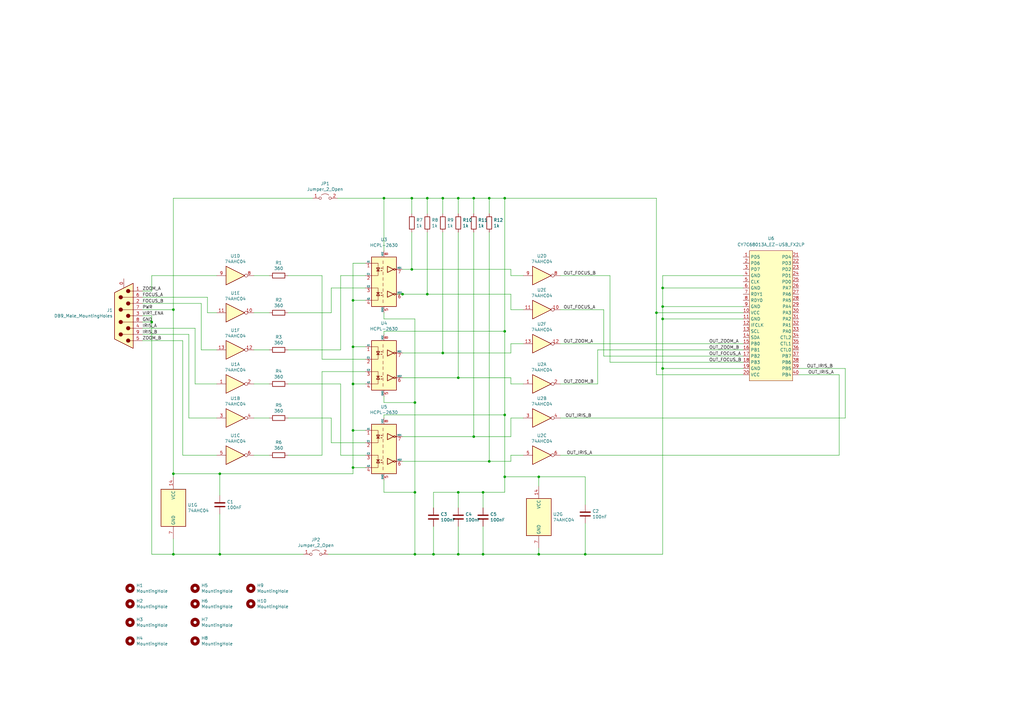
<source format=kicad_sch>
(kicad_sch (version 20211123) (generator eeschema)
  (paper "A3")
  (title_block (title "EZ-USB development board opto isolated motherboard"))
  (lib_symbols
    (symbol "74xx:74AHC04"
      (property "Reference" "U" (at 0 1.27 0))
      (property "Value" "74AHC04" (at 0 -1.27 0))
      (symbol "74AHC04_1_0"
        (polyline (pts (xy -3.81 3.81) (xy -3.81 -3.81) (xy 3.81 0) (xy -3.81 3.81)) (stroke (width 0.254)) (fill (type background)))
        (pin input line (at -7.62 0 0) (length 3.81) (name "~") (number "1"))
        (pin output inverted (at 7.62 0 180) (length 3.81) (name "~") (number "2"))
      )
      (symbol "74AHC04_2_0"
        (polyline (pts (xy -3.81 3.81) (xy -3.81 -3.81) (xy 3.81 0) (xy -3.81 3.81)) (stroke (width 0.254)) (fill (type background)))
        (pin input line (at -7.62 0 0) (length 3.81) (name "~") (number "3"))
        (pin output inverted (at 7.62 0 180) (length 3.81) (name "~") (number "4"))
      )
      (symbol "74AHC04_3_0"
        (polyline (pts (xy -3.81 3.81) (xy -3.81 -3.81) (xy 3.81 0) (xy -3.81 3.81)) (stroke (width 0.254)) (fill (type background)))
        (pin input line (at -7.62 0 0) (length 3.81) (name "~") (number "5"))
        (pin output inverted (at 7.62 0 180) (length 3.81) (name "~") (number "6"))
      )
      (symbol "74AHC04_4_0"
        (polyline (pts (xy -3.81 3.81) (xy -3.81 -3.81) (xy 3.81 0) (xy -3.81 3.81)) (stroke (width 0.254)) (fill (type background)))
        (pin output inverted (at 7.62 0 180) (length 3.81) (name "~") (number "8"))
        (pin input line (at -7.62 0 0) (length 3.81) (name "~") (number "9"))
      )
      (symbol "74AHC04_5_0"
        (polyline (pts (xy -3.81 3.81) (xy -3.81 -3.81) (xy 3.81 0) (xy -3.81 3.81)) (stroke (width 0.254)) (fill (type background)))
        (pin output inverted (at 7.62 0 180) (length 3.81) (name "~") (number "10"))
        (pin input line (at -7.62 0 0) (length 3.81) (name "~") (number "11"))
      )
      (symbol "74AHC04_6_0"
        (polyline (pts (xy -3.81 3.81) (xy -3.81 -3.81) (xy 3.81 0) (xy -3.81 3.81)) (stroke (width 0.254)) (fill (type background)))
        (pin output inverted (at 7.62 0 180) (length 3.81) (name "~") (number "12"))
        (pin input line (at -7.62 0 0) (length 3.81) (name "~") (number "13"))
      )
      (symbol "74AHC04_7_0"
        (pin power_in line (at 0 12.7 270) (length 5.08) (name "VCC") (number "14"))
        (pin power_in line (at 0 -12.7 90) (length 5.08) (name "GND") (number "7"))
      )
      (symbol "74AHC04_7_1"
        (rectangle (start -5.08 7.62) (end 5.08 -7.62) (stroke (width 0.254)) (fill (type background)))
      )
    )
    (symbol "Connector:DB9_Male_MountingHoles" (pin_names (offset 1.016) hide)
      (property "Reference" "J" (at 0 16.51 0))
      (property "Value" "DB9_Male_MountingHoles" (at 0 14.605 0))
      (symbol "DB9_Male_MountingHoles_0_1"
        (circle (center -1.778 -10.16) (radius 0.762) (fill (type outline)))
        (circle (center -1.778 -5.08) (radius 0.762) (fill (type outline)))
        (circle (center -1.778 0) (radius 0.762) (fill (type outline)))
        (circle (center -1.778 5.08) (radius 0.762) (fill (type outline)))
        (circle (center -1.778 10.16) (radius 0.762) (fill (type outline)))
        (polyline (pts (xy -3.81 -10.16) (xy -2.54 -10.16)))
        (polyline (pts (xy -3.81 -7.62) (xy 0.508 -7.62)))
        (polyline (pts (xy -3.81 -5.08) (xy -2.54 -5.08)))
        (polyline (pts (xy -3.81 -2.54) (xy 0.508 -2.54)))
        (polyline (pts (xy -3.81 0) (xy -2.54 0)))
        (polyline (pts (xy -3.81 2.54) (xy 0.508 2.54)))
        (polyline (pts (xy -3.81 5.08) (xy -2.54 5.08)))
        (polyline (pts (xy -3.81 7.62) (xy 0.508 7.62)))
        (polyline (pts (xy -3.81 10.16) (xy -2.54 10.16)))
        (polyline (pts (xy -3.81 -13.335) (xy -3.81 13.335) (xy 3.81 9.525) (xy 3.81 -9.525) (xy -3.81 -13.335)) (stroke (width 0.254)) (fill (type background)))
        (circle (center 1.27 -7.62) (radius 0.762) (fill (type outline)))
        (circle (center 1.27 -2.54) (radius 0.762) (fill (type outline)))
        (circle (center 1.27 2.54) (radius 0.762) (fill (type outline)))
        (circle (center 1.27 7.62) (radius 0.762) (fill (type outline)))
      )
      (symbol "DB9_Male_MountingHoles_1_1"
        (pin passive line (at 0 -15.24 90) (length 3.81) (name "PAD") (number "0"))
        (pin passive line (at -7.62 -10.16 0) (length 3.81) (name "1") (number "1"))
        (pin passive line (at -7.62 -5.08 0) (length 3.81) (name "2") (number "2"))
        (pin passive line (at -7.62 0 0) (length 3.81) (name "3") (number "3"))
        (pin passive line (at -7.62 5.08 0) (length 3.81) (name "4") (number "4"))
        (pin passive line (at -7.62 10.16 0) (length 3.81) (name "5") (number "5"))
        (pin passive line (at -7.62 -7.62 0) (length 3.81) (name "6") (number "6"))
        (pin passive line (at -7.62 -2.54 0) (length 3.81) (name "7") (number "7"))
        (pin passive line (at -7.62 2.54 0) (length 3.81) (name "8") (number "8"))
        (pin passive line (at -7.62 7.62 0) (length 3.81) (name "9") (number "9"))
      )
    )
    (symbol "Device:C" (pin_numbers hide) (pin_names (offset 0.254))
      (property "Reference" "C" (at 0.635 2.54 0))
      (property "Value" "C" (at 0.635 -2.54 0))
      (symbol "C_0_1"
        (polyline (pts (xy -2.032 -0.762) (xy 2.032 -0.762)) (stroke (width 0.508)))
        (polyline (pts (xy -2.032 0.762) (xy 2.032 0.762)) (stroke (width 0.508)))
      )
      (symbol "C_1_1"
        (pin passive line (at 0 3.81 270) (length 2.794) (name "~") (number "1"))
        (pin passive line (at 0 -3.81 90) (length 2.794) (name "~") (number "2"))
      )
    )
    (symbol "Device:R" (pin_numbers hide) (pin_names (offset 0))
      (property "Reference" "R" (at 2.032 0 90))
      (property "Value" "R" (at 0 0 90))
      (symbol "R_0_1"
        (rectangle (start -1.016 -2.54) (end 1.016 2.54) (stroke (width 0.254)))
      )
      (symbol "R_1_1"
        (pin passive line (at 0 3.81 270) (length 1.27) (name "~") (number "1"))
        (pin passive line (at 0 -3.81 90) (length 1.27) (name "~") (number "2"))
      )
    )
    (symbol "Isolator:HCPL-2630" (pin_names (offset 0))
      (property "Reference" "U" (at -4.064 11.43 0))
      (property "Value" "HCPL-2630" (at 7.62 11.43 0))
      (symbol "HCPL-2630_1_1"
        (rectangle (start -5.08 10.16) (end 5.08 -10.16) (stroke (width 0.254)) (fill (type background)))
        (polyline (pts (xy -3.048 -4.445) (xy -1.778 -4.445)) (stroke (width 0.254)))
        (polyline (pts (xy -3.048 4.445) (xy -1.778 4.445)) (stroke (width 0.254)))
        (polyline (pts (xy -0.381 -7.366) (xy -0.381 -8.636)))
        (polyline (pts (xy -0.381 -5.08) (xy -0.381 -6.35)))
        (polyline (pts (xy -0.381 -2.794) (xy -0.381 -4.064)))
        (polyline (pts (xy -0.381 -0.508) (xy -0.381 -1.778)))
        (polyline (pts (xy -0.381 1.778) (xy -0.381 0.508)))
        (polyline (pts (xy -0.381 4.064) (xy -0.381 2.794)))
        (polyline (pts (xy -0.381 6.35) (xy -0.381 5.08)))
        (polyline (pts (xy -0.381 8.636) (xy -0.381 7.366)))
        (polyline (pts (xy 4.699 -5.08) (xy 5.207 -5.08)) (stroke (width 0.254)))
        (polyline (pts (xy 4.699 5.08) (xy 5.334 5.08)) (stroke (width 0.254)))
        (polyline (pts (xy -4.953 -7.62) (xy -2.413 -7.62) (xy -2.413 -5.715)))
        (polyline (pts (xy -4.953 7.62) (xy -2.413 7.62) (xy -2.413 4.318)))
        (polyline (pts (xy -2.413 -5.842) (xy -2.413 -2.54) (xy -4.953 -2.54)))
        (polyline (pts (xy -2.413 4.445) (xy -2.413 2.54) (xy -4.953 2.54)))
        (polyline (pts (xy -2.413 -4.445) (xy -3.048 -5.715) (xy -1.778 -5.715) (xy -2.413 -4.445)) (stroke (width 0.254)))
        (polyline (pts (xy -2.413 4.445) (xy -3.048 5.715) (xy -1.778 5.715) (xy -2.413 4.445)) (stroke (width 0.254)))
        (polyline (pts (xy 3.937 -5.08) (xy 1.397 -3.81) (xy 1.397 -6.35) (xy 3.937 -5.08)) (stroke (width 0.254)))
        (polyline (pts (xy 3.937 5.08) (xy 1.397 6.35) (xy 1.397 3.81) (xy 3.937 5.08)) (stroke (width 0.254)))
        (polyline (pts (xy -1.397 -5.588) (xy -0.635 -5.588) (xy -1.016 -5.715) (xy -1.016 -5.461) (xy -0.635 -5.588)) (stroke (width 0.127)))
        (polyline (pts (xy -1.397 -4.572) (xy -0.635 -4.572) (xy -1.016 -4.699) (xy -1.016 -4.445) (xy -0.635 -4.572)) (stroke (width 0.127)))
        (polyline (pts (xy -1.397 4.572) (xy -0.635 4.572) (xy -1.016 4.445) (xy -1.016 4.699) (xy -0.635 4.572)) (stroke (width 0.127)))
        (polyline (pts (xy -1.397 5.588) (xy -0.635 5.588) (xy -1.016 5.461) (xy -1.016 5.715) (xy -0.635 5.588)) (stroke (width 0.127)))
        (circle (center 4.318 -5.08) (radius 0.3556) (stroke (width 0.254)))
        (circle (center 4.318 5.08) (radius 0.3556) (stroke (width 0.254)))
        (pin passive line (at -7.62 7.62 0) (length 2.54) (name "A1") (number "1"))
        (pin passive line (at -7.62 2.54 0) (length 2.54) (name "C1") (number "2"))
        (pin passive line (at -7.62 -2.54 0) (length 2.54) (name "C2") (number "3"))
        (pin passive line (at -7.62 -7.62 0) (length 2.54) (name "A2") (number "4"))
        (pin power_in line (at 0 -12.7 90) (length 2.54) (name "GND") (number "5"))
        (pin open_collector line (at 7.62 -5.08 180) (length 2.54) (name "VO2") (number "6"))
        (pin open_collector line (at 7.62 5.08 180) (length 2.54) (name "VO1") (number "7"))
        (pin power_in line (at 0 12.7 270) (length 2.54) (name "VCC") (number "8"))
      )
    )
    (symbol "Jumper:Jumper_2_Open" (pin_names (offset 0) hide)
      (property "Reference" "JP" (at 0 2.794 0))
      (property "Value" "Jumper_2_Open" (at 0 -2.286 0))
      (symbol "Jumper_2_Open_0_0"
        (circle (center -2.032 0) (radius 0.508))
        (circle (center 2.032 0) (radius 0.508))
      )
      (symbol "Jumper_2_Open_0_1"
        (arc (start 1.524 1.27) (mid 0 1.778) (end -1.524 1.27))
      )
      (symbol "Jumper_2_Open_1_1"
        (pin passive line (at -5.08 0 0) (length 2.54) (name "A") (number "1"))
        (pin passive line (at 5.08 0 180) (length 2.54) (name "B") (number "2"))
      )
    )
    (symbol "LensRotaryDecoder:CY7C68013A_EZ-USB_FX2LP"
      (property "Reference" "U" (at 0 2.54 0))
      (property "Value" "CY7C68013A_EZ-USB_FX2LP" (at 0 0 0))
      (symbol "CY7C68013A_EZ-USB_FX2LP_0_1"
        (rectangle (start -10.16 -1.27) (end 7.62 -54.61) (fill (type background)))
      )
      (symbol "CY7C68013A_EZ-USB_FX2LP_1_1"
        (pin bidirectional line (at -12.7 -3.81 0) (length 2.54) (name "PD5") (number "1"))
        (pin bidirectional line (at -12.7 -26.67 0) (length 2.54) (name "VCC") (number "10"))
        (pin bidirectional line (at -12.7 -29.21 0) (length 2.54) (name "GND") (number "11"))
        (pin bidirectional line (at -12.7 -31.75 0) (length 2.54) (name "IFCLK") (number "12"))
        (pin bidirectional line (at -12.7 -34.29 0) (length 2.54) (name "SCL") (number "13"))
        (pin bidirectional line (at -12.7 -36.83 0) (length 2.54) (name "SDA") (number "14"))
        (pin bidirectional line (at -12.7 -39.37 0) (length 2.54) (name "PB0") (number "15"))
        (pin bidirectional line (at -12.7 -41.91 0) (length 2.54) (name "PB1") (number "16"))
        (pin bidirectional line (at -12.7 -44.45 0) (length 2.54) (name "PB2") (number "17"))
        (pin bidirectional line (at -12.7 -46.99 0) (length 2.54) (name "PB3") (number "18"))
        (pin bidirectional line (at -12.7 -49.53 0) (length 2.54) (name "GND") (number "19"))
        (pin bidirectional line (at -12.7 -6.35 0) (length 2.54) (name "PD6") (number "2"))
        (pin bidirectional line (at -12.7 -52.07 0) (length 2.54) (name "VCC") (number "20"))
        (pin bidirectional line (at 10.16 -3.81 180) (length 2.54) (name "PD4") (number "21"))
        (pin bidirectional line (at 10.16 -6.35 180) (length 2.54) (name "PD3") (number "22"))
        (pin bidirectional line (at 10.16 -8.89 180) (length 2.54) (name "PD2") (number "23"))
        (pin bidirectional line (at 10.16 -11.43 180) (length 2.54) (name "PD1") (number "24"))
        (pin bidirectional line (at 10.16 -13.97 180) (length 2.54) (name "PD0") (number "25"))
        (pin bidirectional line (at 10.16 -16.51 180) (length 2.54) (name "PA7") (number "26"))
        (pin bidirectional line (at 10.16 -19.05 180) (length 2.54) (name "PA6") (number "27"))
        (pin bidirectional line (at 10.16 -21.59 180) (length 2.54) (name "PA5") (number "28"))
        (pin bidirectional line (at 10.16 -24.13 180) (length 2.54) (name "PA4") (number "29"))
        (pin bidirectional line (at -12.7 -8.89 0) (length 2.54) (name "PD7") (number "3"))
        (pin bidirectional line (at 10.16 -26.67 180) (length 2.54) (name "PA3") (number "30"))
        (pin bidirectional line (at 10.16 -29.21 180) (length 2.54) (name "PA2") (number "31"))
        (pin bidirectional line (at 10.16 -31.75 180) (length 2.54) (name "PA1") (number "32"))
        (pin bidirectional line (at 10.16 -34.29 180) (length 2.54) (name "PA0") (number "33"))
        (pin bidirectional line (at 10.16 -36.83 180) (length 2.54) (name "CTL2") (number "34"))
        (pin bidirectional line (at 10.16 -39.37 180) (length 2.54) (name "CTL1") (number "35"))
        (pin bidirectional line (at 10.16 -41.91 180) (length 2.54) (name "CTL0") (number "36"))
        (pin bidirectional line (at 10.16 -44.45 180) (length 2.54) (name "PB7") (number "37"))
        (pin bidirectional line (at 10.16 -46.99 180) (length 2.54) (name "PB6") (number "38"))
        (pin bidirectional line (at 10.16 -49.53 180) (length 2.54) (name "PB5") (number "39"))
        (pin bidirectional line (at -12.7 -11.43 0) (length 2.54) (name "GND") (number "4"))
        (pin bidirectional line (at 10.16 -52.07 180) (length 2.54) (name "PB4") (number "40"))
        (pin bidirectional line (at -12.7 -13.97 0) (length 2.54) (name "CLK") (number "5"))
        (pin bidirectional line (at -12.7 -16.51 0) (length 2.54) (name "GND") (number "6"))
        (pin bidirectional line (at -12.7 -19.05 0) (length 2.54) (name "RDY1") (number "7"))
        (pin bidirectional line (at -12.7 -21.59 0) (length 2.54) (name "RDY0") (number "8"))
        (pin bidirectional line (at -12.7 -24.13 0) (length 2.54) (name "GND") (number "9"))
      )
    )
    (symbol "Mechanical:MountingHole" (pin_names (offset 1.016))
      (property "Reference" "H" (at 0 5.08 0))
      (property "Value" "MountingHole" (at 0 3.175 0))
      (symbol "MountingHole_0_1"
        (circle (center 0 0) (radius 1.27) (stroke (width 1.27)))
      )
    )
  )
  (junction (at 170.18 201.93))
  (junction (at 175.26 81.28))
  (junction (at 194.31 179.07))
  (junction (at 200.66 81.28))
  (junction (at 187.96 201.93))
  (junction (at 271.78 125.73))
  (junction (at 71.12 127))
  (junction (at 207.01 195.58))
  (junction (at 170.18 227.33))
  (junction (at 271.78 118.11))
  (junction (at 157.48 81.28))
  (junction (at 177.8 227.33))
  (junction (at 271.78 151.13))
  (junction (at 71.12 194.31))
  (junction (at 181.61 144.78))
  (junction (at 269.24 128.27))
  (junction (at 207.01 170.18))
  (junction (at 207.01 135.89))
  (junction (at 240.03 227.33))
  (junction (at 62.23 132.08))
  (junction (at 207.01 81.28))
  (junction (at 144.78 157.48))
  (junction (at 168.91 110.49))
  (junction (at 187.96 154.94))
  (junction (at 71.12 227.33))
  (junction (at 144.78 176.53))
  (junction (at 90.17 194.31))
  (junction (at 187.96 81.28))
  (junction (at 165.1 120.65))
  (junction (at 220.98 227.33))
  (junction (at 90.17 227.33))
  (junction (at 144.78 191.77))
  (junction (at 271.78 130.81))
  (junction (at 187.96 227.33))
  (junction (at 175.26 120.65))
  (junction (at 220.98 195.58))
  (junction (at 200.66 189.23))
  (junction (at 181.61 81.28))
  (junction (at 170.18 165.1))
  (junction (at 198.12 227.33))
  (junction (at 168.91 81.28))
  (junction (at 144.78 142.24))
  (junction (at 194.31 81.28))
  (junction (at 144.78 123.19))
  (junction (at 198.12 201.93))
  (wire (pts (xy 209.55 154.94) (xy 209.55 157.48)))
  (wire (pts (xy 139.7 186.69) (xy 149.86 186.69)))
  (wire (pts (xy 198.12 201.93) (xy 207.01 201.93)))
  (wire (pts (xy 139.7 157.48) (xy 139.7 186.69)))
  (wire (pts (xy 157.48 170.18) (xy 207.01 170.18)))
  (wire (pts (xy 220.98 227.33) (xy 240.03 227.33)))
  (wire (pts (xy 62.23 227.33) (xy 71.12 227.33)))
  (wire (pts (xy 304.8 143.51) (xy 245.11 143.51)))
  (wire (pts (xy 157.48 128.27) (xy 157.48 130.81)))
  (wire (pts (xy 132.08 113.03) (xy 132.08 147.32)))
  (wire (pts (xy 175.26 95.25) (xy 175.26 120.65)))
  (wire (pts (xy 220.98 224.79) (xy 220.98 227.33)))
  (wire (pts (xy 200.66 81.28) (xy 207.01 81.28)))
  (wire (pts (xy 157.48 201.93) (xy 170.18 201.93)))
  (wire (pts (xy 168.91 81.28) (xy 168.91 87.63)))
  (wire (pts (xy 144.78 191.77) (xy 144.78 194.31)))
  (wire (pts (xy 118.11 128.27) (xy 135.89 128.27)))
  (wire (pts (xy 58.42 127) (xy 71.12 127)))
  (wire (pts (xy 187.96 201.93) (xy 198.12 201.93)))
  (wire (pts (xy 58.42 124.46) (xy 82.55 124.46)))
  (wire (pts (xy 229.87 171.45) (xy 346.71 171.45)))
  (wire (pts (xy 58.42 137.16) (xy 77.47 137.16)))
  (wire (pts (xy 194.31 95.25) (xy 194.31 179.07)))
  (wire (pts (xy 157.48 81.28) (xy 168.91 81.28)))
  (wire (pts (xy 71.12 127) (xy 71.12 194.31)))
  (wire (pts (xy 181.61 81.28) (xy 187.96 81.28)))
  (wire (pts (xy 104.14 113.03) (xy 110.49 113.03)))
  (wire (pts (xy 58.42 132.08) (xy 62.23 132.08)))
  (wire (pts (xy 118.11 171.45) (xy 135.89 171.45)))
  (wire (pts (xy 157.48 135.89) (xy 207.01 135.89)))
  (wire (pts (xy 71.12 220.98) (xy 71.12 227.33)))
  (wire (pts (xy 168.91 95.25) (xy 168.91 110.49)))
  (wire (pts (xy 104.14 171.45) (xy 110.49 171.45)))
  (wire (pts (xy 118.11 143.51) (xy 139.7 143.51)))
  (wire (pts (xy 74.93 139.7) (xy 74.93 186.69)))
  (wire (pts (xy 165.1 179.07) (xy 194.31 179.07)))
  (wire (pts (xy 245.11 143.51) (xy 245.11 157.48)))
  (wire (pts (xy 90.17 227.33) (xy 124.46 227.33)))
  (wire (pts (xy 168.91 81.28) (xy 175.26 81.28)))
  (wire (pts (xy 220.98 195.58) (xy 240.03 195.58)))
  (wire (pts (xy 90.17 194.31) (xy 90.17 203.2)))
  (wire (pts (xy 209.55 140.97) (xy 214.63 140.97)))
  (wire (pts (xy 170.18 201.93) (xy 170.18 227.33)))
  (wire (pts (xy 198.12 208.28) (xy 198.12 201.93)))
  (wire (pts (xy 144.78 157.48) (xy 144.78 176.53)))
  (wire (pts (xy 71.12 127) (xy 71.12 81.28)))
  (wire (pts (xy 157.48 196.85) (xy 157.48 201.93)))
  (wire (pts (xy 118.11 113.03) (xy 132.08 113.03)))
  (wire (pts (xy 327.66 153.67) (xy 344.17 153.67)))
  (wire (pts (xy 229.87 127) (xy 247.65 127)))
  (wire (pts (xy 144.78 194.31) (xy 90.17 194.31)))
  (wire (pts (xy 149.86 191.77) (xy 144.78 191.77)))
  (wire (pts (xy 271.78 151.13) (xy 271.78 227.33)))
  (wire (pts (xy 181.61 87.63) (xy 181.61 81.28)))
  (wire (pts (xy 304.8 146.05) (xy 247.65 146.05)))
  (wire (pts (xy 207.01 81.28) (xy 207.01 135.89)))
  (wire (pts (xy 135.89 181.61) (xy 149.86 181.61)))
  (wire (pts (xy 240.03 227.33) (xy 271.78 227.33)))
  (wire (pts (xy 144.78 107.95) (xy 144.78 123.19)))
  (wire (pts (xy 304.8 153.67) (xy 269.24 153.67)))
  (wire (pts (xy 187.96 208.28) (xy 187.96 201.93)))
  (wire (pts (xy 58.42 139.7) (xy 74.93 139.7)))
  (wire (pts (xy 269.24 128.27) (xy 269.24 153.67)))
  (wire (pts (xy 271.78 151.13) (xy 304.8 151.13)))
  (wire (pts (xy 271.78 125.73) (xy 271.78 130.81)))
  (wire (pts (xy 271.78 130.81) (xy 271.78 151.13)))
  (wire (pts (xy 229.87 157.48) (xy 245.11 157.48)))
  (wire (pts (xy 250.19 148.59) (xy 250.19 113.03)))
  (wire (pts (xy 187.96 154.94) (xy 209.55 154.94)))
  (wire (pts (xy 346.71 151.13) (xy 346.71 171.45)))
  (wire (pts (xy 209.55 189.23) (xy 209.55 186.69)))
  (wire (pts (xy 118.11 186.69) (xy 132.08 186.69)))
  (wire (pts (xy 58.42 121.92) (xy 85.09 121.92)))
  (wire (pts (xy 187.96 215.9) (xy 187.96 227.33)))
  (wire (pts (xy 175.26 81.28) (xy 181.61 81.28)))
  (wire (pts (xy 209.55 120.65) (xy 175.26 120.65)))
  (wire (pts (xy 74.93 186.69) (xy 88.9 186.69)))
  (wire (pts (xy 187.96 87.63) (xy 187.96 81.28)))
  (wire (pts (xy 271.78 118.11) (xy 271.78 125.73)))
  (wire (pts (xy 170.18 227.33) (xy 177.8 227.33)))
  (wire (pts (xy 209.55 171.45) (xy 214.63 171.45)))
  (wire (pts (xy 139.7 113.03) (xy 149.86 113.03)))
  (wire (pts (xy 157.48 171.45) (xy 157.48 170.18)))
  (wire (pts (xy 304.8 113.03) (xy 271.78 113.03)))
  (wire (pts (xy 344.17 153.67) (xy 344.17 186.69)))
  (wire (pts (xy 85.09 128.27) (xy 88.9 128.27)))
  (wire (pts (xy 58.42 134.62) (xy 80.01 134.62)))
  (wire (pts (xy 135.89 128.27) (xy 135.89 118.11)))
  (wire (pts (xy 187.96 81.28) (xy 194.31 81.28)))
  (wire (pts (xy 165.1 189.23) (xy 200.66 189.23)))
  (wire (pts (xy 200.66 189.23) (xy 209.55 189.23)))
  (wire (pts (xy 62.23 129.54) (xy 62.23 132.08)))
  (wire (pts (xy 229.87 113.03) (xy 250.19 113.03)))
  (wire (pts (xy 104.14 128.27) (xy 110.49 128.27)))
  (wire (pts (xy 157.48 165.1) (xy 170.18 165.1)))
  (wire (pts (xy 247.65 146.05) (xy 247.65 127)))
  (wire (pts (xy 240.03 195.58) (xy 240.03 207.01)))
  (wire (pts (xy 229.87 186.69) (xy 344.17 186.69)))
  (wire (pts (xy 209.55 144.78) (xy 209.55 140.97)))
  (wire (pts (xy 209.55 110.49) (xy 209.55 113.03)))
  (wire (pts (xy 200.66 81.28) (xy 200.66 87.63)))
  (wire (pts (xy 104.14 186.69) (xy 110.49 186.69)))
  (wire (pts (xy 71.12 194.31) (xy 71.12 195.58)))
  (wire (pts (xy 177.8 201.93) (xy 187.96 201.93)))
  (wire (pts (xy 135.89 118.11) (xy 149.86 118.11)))
  (wire (pts (xy 149.86 123.19) (xy 144.78 123.19)))
  (wire (pts (xy 271.78 130.81) (xy 304.8 130.81)))
  (wire (pts (xy 177.8 208.28) (xy 177.8 201.93)))
  (wire (pts (xy 149.86 142.24) (xy 144.78 142.24)))
  (wire (pts (xy 149.86 107.95) (xy 144.78 107.95)))
  (wire (pts (xy 104.14 157.48) (xy 110.49 157.48)))
  (wire (pts (xy 165.1 154.94) (xy 187.96 154.94)))
  (wire (pts (xy 58.42 119.38) (xy 62.23 119.38)))
  (wire (pts (xy 71.12 81.28) (xy 128.27 81.28)))
  (wire (pts (xy 175.26 120.65) (xy 165.1 120.65)))
  (wire (pts (xy 149.86 157.48) (xy 144.78 157.48)))
  (wire (pts (xy 149.86 176.53) (xy 144.78 176.53)))
  (wire (pts (xy 194.31 179.07) (xy 209.55 179.07)))
  (wire (pts (xy 144.78 123.19) (xy 144.78 142.24)))
  (wire (pts (xy 198.12 227.33) (xy 220.98 227.33)))
  (wire (pts (xy 58.42 129.54) (xy 62.23 129.54)))
  (wire (pts (xy 165.1 110.49) (xy 168.91 110.49)))
  (wire (pts (xy 77.47 137.16) (xy 77.47 171.45)))
  (wire (pts (xy 168.91 110.49) (xy 209.55 110.49)))
  (wire (pts (xy 229.87 140.97) (xy 304.8 140.97)))
  (wire (pts (xy 220.98 199.39) (xy 220.98 195.58)))
  (wire (pts (xy 132.08 152.4) (xy 149.86 152.4)))
  (wire (pts (xy 198.12 215.9) (xy 198.12 227.33)))
  (wire (pts (xy 62.23 119.38) (xy 62.23 113.03)))
  (wire (pts (xy 209.55 113.03) (xy 214.63 113.03)))
  (wire (pts (xy 271.78 125.73) (xy 304.8 125.73)))
  (wire (pts (xy 269.24 128.27) (xy 304.8 128.27)))
  (wire (pts (xy 135.89 171.45) (xy 135.89 181.61)))
  (wire (pts (xy 181.61 95.25) (xy 181.61 144.78)))
  (wire (pts (xy 187.96 227.33) (xy 198.12 227.33)))
  (wire (pts (xy 85.09 121.92) (xy 85.09 128.27)))
  (wire (pts (xy 194.31 81.28) (xy 200.66 81.28)))
  (wire (pts (xy 170.18 130.81) (xy 170.18 165.1)))
  (wire (pts (xy 207.01 195.58) (xy 207.01 201.93)))
  (wire (pts (xy 118.11 157.48) (xy 139.7 157.48)))
  (wire (pts (xy 157.48 130.81) (xy 170.18 130.81)))
  (wire (pts (xy 209.55 127) (xy 214.63 127)))
  (wire (pts (xy 165.1 144.78) (xy 181.61 144.78)))
  (wire (pts (xy 194.31 87.63) (xy 194.31 81.28)))
  (wire (pts (xy 62.23 132.08) (xy 62.23 227.33)))
  (wire (pts (xy 132.08 147.32) (xy 149.86 147.32)))
  (wire (pts (xy 144.78 176.53) (xy 144.78 191.77)))
  (wire (pts (xy 271.78 113.03) (xy 271.78 118.11)))
  (wire (pts (xy 269.24 81.28) (xy 269.24 128.27)))
  (wire (pts (xy 80.01 157.48) (xy 88.9 157.48)))
  (wire (pts (xy 209.55 157.48) (xy 214.63 157.48)))
  (wire (pts (xy 71.12 194.31) (xy 90.17 194.31)))
  (wire (pts (xy 170.18 165.1) (xy 170.18 201.93)))
  (wire (pts (xy 104.14 143.51) (xy 110.49 143.51)))
  (wire (pts (xy 240.03 227.33) (xy 240.03 214.63)))
  (wire (pts (xy 82.55 124.46) (xy 82.55 143.51)))
  (wire (pts (xy 157.48 162.56) (xy 157.48 165.1)))
  (wire (pts (xy 327.66 151.13) (xy 346.71 151.13)))
  (wire (pts (xy 90.17 210.82) (xy 90.17 227.33)))
  (wire (pts (xy 181.61 144.78) (xy 209.55 144.78)))
  (wire (pts (xy 82.55 143.51) (xy 88.9 143.51)))
  (wire (pts (xy 200.66 95.25) (xy 200.66 189.23)))
  (wire (pts (xy 138.43 81.28) (xy 157.48 81.28)))
  (wire (pts (xy 209.55 186.69) (xy 214.63 186.69)))
  (wire (pts (xy 177.8 227.33) (xy 187.96 227.33)))
  (wire (pts (xy 157.48 102.87) (xy 157.48 81.28)))
  (wire (pts (xy 80.01 134.62) (xy 80.01 157.48)))
  (wire (pts (xy 132.08 186.69) (xy 132.08 152.4)))
  (wire (pts (xy 304.8 148.59) (xy 250.19 148.59)))
  (wire (pts (xy 209.55 179.07) (xy 209.55 171.45)))
  (wire (pts (xy 271.78 118.11) (xy 304.8 118.11)))
  (wire (pts (xy 207.01 135.89) (xy 207.01 170.18)))
  (wire (pts (xy 162.56 120.65) (xy 165.1 120.65)))
  (wire (pts (xy 207.01 170.18) (xy 207.01 195.58)))
  (wire (pts (xy 77.47 171.45) (xy 88.9 171.45)))
  (wire (pts (xy 62.23 113.03) (xy 88.9 113.03)))
  (wire (pts (xy 71.12 227.33) (xy 90.17 227.33)))
  (wire (pts (xy 209.55 120.65) (xy 209.55 127)))
  (wire (pts (xy 134.62 227.33) (xy 170.18 227.33)))
  (wire (pts (xy 175.26 87.63) (xy 175.26 81.28)))
  (wire (pts (xy 157.48 137.16) (xy 157.48 135.89)))
  (wire (pts (xy 220.98 195.58) (xy 207.01 195.58)))
  (wire (pts (xy 187.96 95.25) (xy 187.96 154.94)))
  (wire (pts (xy 177.8 215.9) (xy 177.8 227.33)))
  (wire (pts (xy 207.01 81.28) (xy 269.24 81.28)))
  (wire (pts (xy 139.7 143.51) (xy 139.7 113.03)))
  (wire (pts (xy 144.78 142.24) (xy 144.78 157.48)))
  (label "OUT_FOCUS_A" (at 290.83 146.05 0))
  (label "ZOOM_A" (at 58.42 119.38 0))
  (label "OUT_ZOOM_A" (at 290.83 140.97 0))
  (label "OUT_FOCUS_B" (at 290.83 148.59 0))
  (label "OUT_ZOOM_A" (at 231.14 140.97 0))
  (label "IRIS_B" (at 58.42 137.16 0))
  (label "OUT_FOCUS_B" (at 231.14 113.03 0))
  (label "VIRT_ENA" (at 58.42 129.54 0))
  (label "OUT_IRIS_B" (at 341.63 151.13 180))
  (label "OUT_IRIS_A" (at 331.47 153.67 0))
  (label "FOCUS_B" (at 58.42 124.46 0))
  (label "OUT_ZOOM_B" (at 290.83 143.51 0))
  (label "PWR" (at 58.42 127 0))
  (label "GND" (at 58.42 132.08 0))
  (label "IRIS_A" (at 58.42 134.62 0))
  (label "OUT_FOCUS_A" (at 231.14 127 0))
  (label "FOCUS_A" (at 58.42 121.92 0))
  (label "OUT_IRIS_B" (at 242.57 171.45 180))
  (label "OUT_ZOOM_B" (at 231.14 157.48 0))
  (label "ZOOM_B" (at 58.42 139.7 0))
  (label "OUT_IRIS_A" (at 232.41 186.69 0))
  (symbol (lib_id "Connector:DB9_Male_MountingHoles") (at 50.8 129.54 180) (unit 1)
    (property "Reference" "J1" (at 46.228 127.2286 0) (effects (justify left)))
    (property "Value" "DB9_Male_MountingHoles" (at 46.228 129.54 0) (effects (justify left)))
    (property "Footprint" "Connector_Dsub:DSUB-9_Male_Horizontal_P2.77x2.84mm_EdgePinOffset9.90mm_Housed_MountingHolesOffset11.32mm" (effects hide))
    (property "Datasheet" " ~" (effects hide))
  )
  (symbol (lib_id "74xx:74AHC04") (at 96.52 113.03 0) (unit 4)
    (property "Reference" "U1" (at 96.52 104.9782 0))
    (property "Value" "74AHC04" (at 96.52 107.2896 0))
    (property "Footprint" "Package_DIP:DIP-14_W7.62mm" (effects hide))
    (property "Datasheet" "https://assets.nexperia.com/documents/data-sheet/74AHC_AHCT04.pdf" (effects hide))
  )
  (symbol (lib_id "74xx:74AHC04") (at 96.52 128.27 0) (unit 5)
    (property "Reference" "U1" (at 96.52 120.2182 0))
    (property "Value" "74AHC04" (at 96.52 122.5296 0))
    (property "Footprint" "Package_DIP:DIP-14_W7.62mm" (effects hide))
    (property "Datasheet" "https://assets.nexperia.com/documents/data-sheet/74AHC_AHCT04.pdf" (effects hide))
  )
  (symbol (lib_id "74xx:74AHC04") (at 96.52 143.51 0) (unit 6)
    (property "Reference" "U1" (at 96.52 135.4582 0))
    (property "Value" "74AHC04" (at 96.52 137.7696 0))
    (property "Footprint" "Package_DIP:DIP-14_W7.62mm" (effects hide))
    (property "Datasheet" "https://assets.nexperia.com/documents/data-sheet/74AHC_AHCT04.pdf" (effects hide))
  )
  (symbol (lib_id "74xx:74AHC04") (at 96.52 157.48 0) (unit 1)
    (property "Reference" "U1" (at 96.52 149.4282 0))
    (property "Value" "74AHC04" (at 96.52 151.7396 0))
    (property "Footprint" "Package_DIP:DIP-14_W7.62mm" (effects hide))
    (property "Datasheet" "https://assets.nexperia.com/documents/data-sheet/74AHC_AHCT04.pdf" (effects hide))
  )
  (symbol (lib_id "74xx:74AHC04") (at 96.52 171.45 0) (unit 2)
    (property "Reference" "U1" (at 96.52 163.3982 0))
    (property "Value" "74AHC04" (at 96.52 165.7096 0))
    (property "Footprint" "Package_DIP:DIP-14_W7.62mm" (effects hide))
    (property "Datasheet" "https://assets.nexperia.com/documents/data-sheet/74AHC_AHCT04.pdf" (effects hide))
  )
  (symbol (lib_id "74xx:74AHC04") (at 96.52 186.69 0) (unit 3)
    (property "Reference" "U1" (at 96.52 178.6382 0))
    (property "Value" "74AHC04" (at 96.52 180.9496 0))
    (property "Footprint" "Package_DIP:DIP-14_W7.62mm" (effects hide))
    (property "Datasheet" "https://assets.nexperia.com/documents/data-sheet/74AHC_AHCT04.pdf" (effects hide))
  )
  (symbol (lib_id "74xx:74AHC04") (at 71.12 208.28 0) (unit 7)
    (property "Reference" "U1" (at 76.962 207.1116 0) (effects (justify left)))
    (property "Value" "74AHC04" (at 76.962 209.423 0) (effects (justify left)))
    (property "Footprint" "Package_DIP:DIP-14_W7.62mm" (effects hide))
    (property "Datasheet" "https://assets.nexperia.com/documents/data-sheet/74AHC_AHCT04.pdf" (effects hide))
  )
  (symbol (lib_id "Device:C") (at 90.17 207.01 0) (unit 1)
    (property "Reference" "C1" (at 93.091 205.8416 0) (effects (justify left)))
    (property "Value" "100nF" (at 93.091 208.153 0) (effects (justify left)))
    (property "Footprint" "Capacitor_THT:C_Rect_L7.0mm_W2.0mm_P5.00mm" (effects hide))
  )
  (symbol (lib_id "Isolator:HCPL-2630") (at 157.48 115.57 0) (unit 1)
    (property "Reference" "U3" (at 157.48 98.2726 0))
    (property "Value" "HCPL-2630" (at 157.48 100.584 0))
    (property "Footprint" "Package_DIP:DIP-8_W7.62mm" (effects hide))
    (property "Datasheet" "https://docs.broadcom.com/docs/AV02-0940EN" (effects hide))
  )
  (symbol (lib_id "Isolator:HCPL-2630") (at 157.48 149.86 0) (unit 1)
    (property "Reference" "U4" (at 157.48 132.5626 0))
    (property "Value" "HCPL-2630" (at 157.48 134.874 0))
    (property "Footprint" "Package_DIP:DIP-8_W7.62mm" (effects hide))
    (property "Datasheet" "https://docs.broadcom.com/docs/AV02-0940EN" (effects hide))
  )
  (symbol (lib_id "Isolator:HCPL-2630") (at 157.48 184.15 0) (unit 1)
    (property "Reference" "U5" (at 157.48 166.8526 0))
    (property "Value" "HCPL-2630" (at 157.48 169.164 0))
    (property "Footprint" "Package_DIP:DIP-8_W7.62mm" (effects hide))
    (property "Datasheet" "https://docs.broadcom.com/docs/AV02-0940EN" (effects hide))
  )
  (symbol (lib_id "Device:R") (at 114.3 113.03 270) (unit 1)
    (property "Reference" "R1" (at 114.3 107.7722 90))
    (property "Value" "360" (at 114.3 110.0836 90))
    (property "Footprint" "Resistor_THT:R_Axial_DIN0309_L9.0mm_D3.2mm_P12.70mm_Horizontal" (effects hide))
  )
  (symbol (lib_id "Device:R") (at 114.3 128.27 270) (unit 1)
    (property "Reference" "R2" (at 114.3 123.0122 90))
    (property "Value" "360" (at 114.3 125.3236 90))
    (property "Footprint" "Resistor_THT:R_Axial_DIN0309_L9.0mm_D3.2mm_P12.70mm_Horizontal" (effects hide))
  )
  (symbol (lib_id "Device:R") (at 114.3 143.51 270) (unit 1)
    (property "Reference" "R3" (at 114.3 138.2522 90))
    (property "Value" "360" (at 114.3 140.5636 90))
    (property "Footprint" "Resistor_THT:R_Axial_DIN0309_L9.0mm_D3.2mm_P12.70mm_Horizontal" (effects hide))
  )
  (symbol (lib_id "Device:R") (at 114.3 157.48 270) (unit 1)
    (property "Reference" "R4" (at 114.3 152.2222 90))
    (property "Value" "360" (at 114.3 154.5336 90))
    (property "Footprint" "Resistor_THT:R_Axial_DIN0309_L9.0mm_D3.2mm_P12.70mm_Horizontal" (effects hide))
  )
  (symbol (lib_id "Device:R") (at 114.3 171.45 270) (unit 1)
    (property "Reference" "R5" (at 114.3 166.1922 90))
    (property "Value" "360" (at 114.3 168.5036 90))
    (property "Footprint" "Resistor_THT:R_Axial_DIN0309_L9.0mm_D3.2mm_P12.70mm_Horizontal" (effects hide))
  )
  (symbol (lib_id "Device:R") (at 114.3 186.69 270) (unit 1)
    (property "Reference" "R6" (at 114.3 181.4322 90))
    (property "Value" "360" (at 114.3 183.7436 90))
    (property "Footprint" "Resistor_THT:R_Axial_DIN0309_L9.0mm_D3.2mm_P12.70mm_Horizontal" (effects hide))
  )
  (symbol (lib_id "74xx:74AHC04") (at 222.25 113.03 0) (unit 4)
    (property "Reference" "U2" (at 222.25 104.9782 0))
    (property "Value" "74AHC04" (at 222.25 107.2896 0))
    (property "Footprint" "Package_DIP:DIP-14_W7.62mm" (effects hide))
    (property "Datasheet" "https://assets.nexperia.com/documents/data-sheet/74AHC_AHCT04.pdf" (effects hide))
  )
  (symbol (lib_id "74xx:74AHC04") (at 222.25 127 0) (unit 5)
    (property "Reference" "U2" (at 222.25 118.9482 0))
    (property "Value" "74AHC04" (at 222.25 121.2596 0))
    (property "Footprint" "Package_DIP:DIP-14_W7.62mm" (effects hide))
    (property "Datasheet" "https://assets.nexperia.com/documents/data-sheet/74AHC_AHCT04.pdf" (effects hide))
  )
  (symbol (lib_id "74xx:74AHC04") (at 222.25 140.97 0) (unit 6)
    (property "Reference" "U2" (at 222.25 132.9182 0))
    (property "Value" "74AHC04" (at 222.25 135.2296 0))
    (property "Footprint" "Package_DIP:DIP-14_W7.62mm" (effects hide))
    (property "Datasheet" "https://assets.nexperia.com/documents/data-sheet/74AHC_AHCT04.pdf" (effects hide))
  )
  (symbol (lib_id "74xx:74AHC04") (at 222.25 157.48 0) (unit 1)
    (property "Reference" "U2" (at 222.25 149.4282 0))
    (property "Value" "74AHC04" (at 222.25 151.7396 0))
    (property "Footprint" "Package_DIP:DIP-14_W7.62mm" (effects hide))
    (property "Datasheet" "https://assets.nexperia.com/documents/data-sheet/74AHC_AHCT04.pdf" (effects hide))
  )
  (symbol (lib_id "74xx:74AHC04") (at 222.25 171.45 0) (unit 2)
    (property "Reference" "U2" (at 222.25 163.3982 0))
    (property "Value" "74AHC04" (at 222.25 165.7096 0))
    (property "Footprint" "Package_DIP:DIP-14_W7.62mm" (effects hide))
    (property "Datasheet" "https://assets.nexperia.com/documents/data-sheet/74AHC_AHCT04.pdf" (effects hide))
  )
  (symbol (lib_id "74xx:74AHC04") (at 222.25 186.69 0) (unit 3)
    (property "Reference" "U2" (at 222.25 178.6382 0))
    (property "Value" "74AHC04" (at 222.25 180.9496 0))
    (property "Footprint" "Package_DIP:DIP-14_W7.62mm" (effects hide))
    (property "Datasheet" "https://assets.nexperia.com/documents/data-sheet/74AHC_AHCT04.pdf" (effects hide))
  )
  (symbol (lib_id "Device:R") (at 168.91 91.44 0) (unit 1)
    (property "Reference" "R7" (at 170.688 90.2716 0) (effects (justify left)))
    (property "Value" "1k" (at 170.688 92.583 0) (effects (justify left)))
    (property "Footprint" "Resistor_THT:R_Axial_DIN0309_L9.0mm_D3.2mm_P12.70mm_Horizontal" (effects hide))
  )
  (symbol (lib_id "Device:R") (at 175.26 91.44 0) (unit 1)
    (property "Reference" "R8" (at 177.038 90.2716 0) (effects (justify left)))
    (property "Value" "1k" (at 177.038 92.583 0) (effects (justify left)))
    (property "Footprint" "Resistor_THT:R_Axial_DIN0309_L9.0mm_D3.2mm_P12.70mm_Horizontal" (effects hide))
  )
  (symbol (lib_id "Device:R") (at 181.61 91.44 0) (unit 1)
    (property "Reference" "R9" (at 183.388 90.2716 0) (effects (justify left)))
    (property "Value" "1k" (at 183.388 92.583 0) (effects (justify left)))
    (property "Footprint" "Resistor_THT:R_Axial_DIN0309_L9.0mm_D3.2mm_P12.70mm_Horizontal" (effects hide))
  )
  (symbol (lib_id "Device:R") (at 187.96 91.44 0) (unit 1)
    (property "Reference" "R10" (at 189.738 90.2716 0) (effects (justify left)))
    (property "Value" "1k" (at 189.738 92.583 0) (effects (justify left)))
    (property "Footprint" "Resistor_THT:R_Axial_DIN0309_L9.0mm_D3.2mm_P12.70mm_Horizontal" (effects hide))
  )
  (symbol (lib_id "Device:R") (at 194.31 91.44 0) (unit 1)
    (property "Reference" "R11" (at 196.088 90.2716 0) (effects (justify left)))
    (property "Value" "1k" (at 196.088 92.583 0) (effects (justify left)))
    (property "Footprint" "Resistor_THT:R_Axial_DIN0309_L9.0mm_D3.2mm_P12.70mm_Horizontal" (effects hide))
  )
  (symbol (lib_id "Device:R") (at 200.66 91.44 0) (unit 1)
    (property "Reference" "R12" (at 202.438 90.2716 0) (effects (justify left)))
    (property "Value" "1k" (at 202.438 92.583 0) (effects (justify left)))
    (property "Footprint" "Resistor_THT:R_Axial_DIN0309_L9.0mm_D3.2mm_P12.70mm_Horizontal" (effects hide))
  )
  (symbol (lib_id "74xx:74AHC04") (at 220.98 212.09 0) (unit 7)
    (property "Reference" "U2" (at 226.822 210.9216 0) (effects (justify left)))
    (property "Value" "74AHC04" (at 226.822 213.233 0) (effects (justify left)))
    (property "Footprint" "Package_DIP:DIP-14_W7.62mm" (effects hide))
    (property "Datasheet" "https://assets.nexperia.com/documents/data-sheet/74AHC_AHCT04.pdf" (effects hide))
  )
  (symbol (lib_id "Device:C") (at 240.03 210.82 0) (unit 1)
    (property "Reference" "C2" (at 242.951 209.6516 0) (effects (justify left)))
    (property "Value" "100nF" (at 242.951 211.963 0) (effects (justify left)))
    (property "Footprint" "Capacitor_THT:C_Rect_L7.0mm_W2.0mm_P5.00mm" (effects hide))
  )
  (symbol (lib_id "Device:C") (at 177.8 212.09 0) (unit 1)
    (property "Reference" "C3" (at 180.721 210.9216 0) (effects (justify left)))
    (property "Value" "100nF" (at 180.721 213.233 0) (effects (justify left)))
    (property "Footprint" "Capacitor_THT:C_Rect_L7.0mm_W2.0mm_P5.00mm" (effects hide))
  )
  (symbol (lib_id "Device:C") (at 187.96 212.09 0) (unit 1)
    (property "Reference" "C4" (at 190.881 210.9216 0) (effects (justify left)))
    (property "Value" "100nF" (at 190.881 213.233 0) (effects (justify left)))
    (property "Footprint" "Capacitor_THT:C_Rect_L7.0mm_W2.0mm_P5.00mm" (effects hide))
  )
  (symbol (lib_id "Device:C") (at 198.12 212.09 0) (unit 1)
    (property "Reference" "C5" (at 201.041 210.9216 0) (effects (justify left)))
    (property "Value" "100nF" (at 201.041 213.233 0) (effects (justify left)))
    (property "Footprint" "Capacitor_THT:C_Rect_L7.0mm_W2.0mm_P5.00mm" (effects hide))
  )
  (symbol (lib_id "Jumper:Jumper_2_Open") (at 129.54 227.33 0) (unit 1)
    (property "Reference" "JP2" (at 129.54 221.361 0))
    (property "Value" "Jumper_2_Open" (at 129.54 223.6724 0))
    (property "Footprint" "Connector_PinHeader_2.54mm:PinHeader_1x02_P2.54mm_Vertical" (effects hide))
  )
  (symbol (lib_id "Jumper:Jumper_2_Open") (at 133.35 81.28 0) (unit 1)
    (property "Reference" "JP1" (at 133.35 75.311 0))
    (property "Value" "Jumper_2_Open" (at 133.35 77.6224 0))
    (property "Footprint" "Connector_PinHeader_2.54mm:PinHeader_1x02_P2.54mm_Vertical" (effects hide))
  )
  (symbol (lib_id "Mechanical:MountingHole") (at 53.34 241.3 0) (unit 1)
    (property "Reference" "H1" (at 55.88 240.1316 0) (effects (justify left)))
    (property "Value" "MountingHole" (at 55.88 242.443 0) (effects (justify left)))
    (property "Footprint" "MountingHole:MountingHole_3.2mm_M3" (effects hide))
  )
  (symbol (lib_id "Mechanical:MountingHole") (at 53.34 247.65 0) (unit 1)
    (property "Reference" "H2" (at 55.88 246.4816 0) (effects (justify left)))
    (property "Value" "MountingHole" (at 55.88 248.793 0) (effects (justify left)))
    (property "Footprint" "MountingHole:MountingHole_3.2mm_M3" (effects hide))
  )
  (symbol (lib_id "Mechanical:MountingHole") (at 53.34 255.27 0) (unit 1)
    (property "Reference" "H3" (at 55.88 254.1016 0) (effects (justify left)))
    (property "Value" "MountingHole" (at 55.88 256.413 0) (effects (justify left)))
    (property "Footprint" "MountingHole:MountingHole_3.2mm_M3" (effects hide))
  )
  (symbol (lib_id "Mechanical:MountingHole") (at 53.34 262.89 0) (unit 1)
    (property "Reference" "H4" (at 55.88 261.7216 0) (effects (justify left)))
    (property "Value" "MountingHole" (at 55.88 264.033 0) (effects (justify left)))
    (property "Footprint" "MountingHole:MountingHole_3.2mm_M3" (effects hide))
  )
  (symbol (lib_id "Mechanical:MountingHole") (at 80.01 241.3 0) (unit 1)
    (property "Reference" "H5" (at 82.55 240.1316 0) (effects (justify left)))
    (property "Value" "MountingHole" (at 82.55 242.443 0) (effects (justify left)))
    (property "Footprint" "MountingHole:MountingHole_3.2mm_M3" (effects hide))
  )
  (symbol (lib_id "Mechanical:MountingHole") (at 80.01 247.65 0) (unit 1)
    (property "Reference" "H6" (at 82.55 246.4816 0) (effects (justify left)))
    (property "Value" "MountingHole" (at 82.55 248.793 0) (effects (justify left)))
    (property "Footprint" "MountingHole:MountingHole_3.2mm_M3" (effects hide))
  )
  (symbol (lib_id "Mechanical:MountingHole") (at 80.01 255.27 0) (unit 1)
    (property "Reference" "H7" (at 82.55 254.1016 0) (effects (justify left)))
    (property "Value" "MountingHole" (at 82.55 256.413 0) (effects (justify left)))
    (property "Footprint" "MountingHole:MountingHole_3.2mm_M3" (effects hide))
  )
  (symbol (lib_id "Mechanical:MountingHole") (at 80.01 262.89 0) (unit 1)
    (property "Reference" "H8" (at 82.55 261.7216 0) (effects (justify left)))
    (property "Value" "MountingHole" (at 82.55 264.033 0) (effects (justify left)))
    (property "Footprint" "MountingHole:MountingHole_3.2mm_M3" (effects hide))
  )
  (symbol (lib_id "Mechanical:MountingHole") (at 102.87 241.3 0) (unit 1)
    (property "Reference" "H9" (at 105.41 240.1316 0) (effects (justify left)))
    (property "Value" "MountingHole" (at 105.41 242.443 0) (effects (justify left)))
    (property "Footprint" "MountingHole:MountingHole_3.2mm_M3" (effects hide))
  )
  (symbol (lib_id "Mechanical:MountingHole") (at 102.87 247.65 0) (unit 1)
    (property "Reference" "H10" (at 105.41 246.4816 0) (effects (justify left)))
    (property "Value" "MountingHole" (at 105.41 248.793 0) (effects (justify left)))
    (property "Footprint" "MountingHole:MountingHole_3.2mm_M3" (effects hide))
  )
  (symbol (lib_id "LensRotaryDecoder:CY7C68013A_EZ-USB_FX2LP") (at 317.5 101.6 0) (unit 1)
    (property "Reference" "U6" (at 316.23 97.79 0))
    (property "Value" "CY7C68013A_EZ-USB_FX2LP" (at 316.23 100.33 0))
    (property "Footprint" "LensRotaryDecoder:CY7C68013A_EZ-USB_FX2LP" (effects hide))
  )
)
</source>
